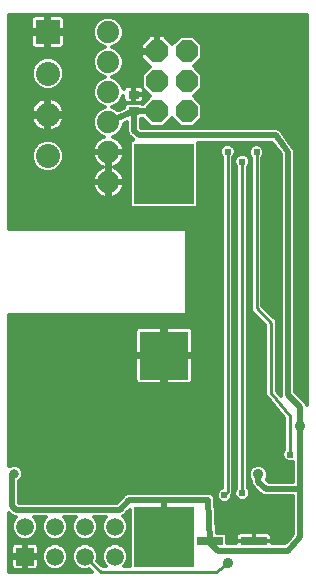
<source format=gbl>
G75*
%MOIN*%
%OFA0B0*%
%FSLAX25Y25*%
%IPPOS*%
%LPD*%
%AMOC8*
5,1,8,0,0,1.08239X$1,22.5*
%
%ADD10R,0.16000X0.16000*%
%ADD11R,0.20000X0.20000*%
%ADD12R,0.08661X0.02559*%
%ADD13R,0.03700X0.02600*%
%ADD14C,0.07400*%
%ADD15OC8,0.07400*%
%ADD16R,0.05937X0.05937*%
%ADD17C,0.05937*%
%ADD18R,0.08000X0.08000*%
%ADD19C,0.08000*%
%ADD20C,0.02000*%
%ADD21C,0.03169*%
%ADD22C,0.03562*%
%ADD23C,0.01000*%
%ADD24C,0.02400*%
%ADD25C,0.01200*%
D10*
X0055050Y0075400D03*
D11*
X0055050Y0014900D03*
X0055050Y0135900D03*
D12*
X0070370Y0013613D03*
X0084937Y0013613D03*
D13*
X0044869Y0156779D03*
X0044869Y0162379D03*
D14*
X0036450Y0163200D03*
X0036450Y0153200D03*
X0036450Y0143200D03*
X0036450Y0133200D03*
X0036450Y0173200D03*
X0036450Y0183200D03*
D15*
X0052650Y0176800D03*
X0052650Y0166800D03*
X0052650Y0156800D03*
X0062650Y0156800D03*
X0062650Y0166800D03*
X0062650Y0176800D03*
D16*
X0008646Y0008400D03*
D17*
X0008646Y0018400D03*
X0018646Y0018400D03*
X0018646Y0008400D03*
X0028646Y0008400D03*
X0028646Y0018400D03*
X0038646Y0018400D03*
X0038646Y0008400D03*
D18*
X0016250Y0183200D03*
D19*
X0016250Y0169420D03*
X0016250Y0155641D03*
X0016250Y0141861D03*
D20*
X0036450Y0153200D02*
X0044869Y0156779D01*
X0044869Y0156800D01*
X0052650Y0156800D01*
X0045050Y0150400D02*
X0046650Y0148800D01*
X0092250Y0148800D01*
X0096250Y0143200D01*
X0096250Y0062400D01*
X0100250Y0058400D01*
X0100250Y0052000D01*
X0100250Y0031000D01*
X0088850Y0031000D01*
X0086450Y0033400D01*
X0086450Y0035800D01*
X0100250Y0031000D02*
X0100250Y0015061D01*
X0098163Y0012174D01*
X0096389Y0010400D01*
X0073050Y0010400D01*
X0070370Y0013080D01*
X0070370Y0013613D01*
X0069718Y0027200D01*
X0054650Y0027200D01*
X0055050Y0026800D01*
X0055050Y0014900D01*
X0054650Y0027200D02*
X0043450Y0027200D01*
X0040250Y0024000D01*
X0005713Y0024000D01*
X0004399Y0025314D01*
X0004399Y0035349D01*
X0005050Y0036000D01*
X0045050Y0150400D02*
X0044869Y0156779D01*
D21*
X0005050Y0036000D03*
D22*
X0018650Y0036400D03*
X0076250Y0006400D03*
X0086450Y0035800D03*
X0093650Y0026200D03*
X0100250Y0052000D03*
D23*
X0097050Y0055200D02*
X0090650Y0062800D01*
X0090650Y0086400D01*
X0085850Y0091200D01*
X0085850Y0143200D01*
X0081050Y0140000D02*
X0081050Y0029600D01*
X0076250Y0029999D02*
X0076250Y0143300D01*
X0097050Y0055200D02*
X0097050Y0042400D01*
X0076250Y0029999D02*
X0075132Y0028897D01*
X0076250Y0006400D02*
X0072250Y0003200D01*
X0033846Y0003200D01*
X0028646Y0008400D01*
D24*
X0075132Y0028897D03*
X0081050Y0029600D03*
X0097050Y0042400D03*
X0081050Y0140000D03*
X0085850Y0143200D03*
X0076250Y0143300D03*
D25*
X0003450Y0022869D02*
X0003450Y0003200D01*
X0031159Y0003200D01*
X0030090Y0004269D01*
X0029515Y0004031D01*
X0027777Y0004031D01*
X0026172Y0004697D01*
X0024943Y0005925D01*
X0024278Y0007531D01*
X0024278Y0009269D01*
X0024943Y0010875D01*
X0026172Y0012103D01*
X0027777Y0012768D01*
X0029515Y0012768D01*
X0031121Y0012103D01*
X0032350Y0010875D01*
X0033015Y0009269D01*
X0033015Y0007531D01*
X0032777Y0006956D01*
X0034633Y0005100D01*
X0035768Y0005100D01*
X0034943Y0005925D01*
X0034278Y0007531D01*
X0034278Y0009269D01*
X0034943Y0010875D01*
X0036172Y0012103D01*
X0037777Y0012768D01*
X0039515Y0012768D01*
X0041121Y0012103D01*
X0042350Y0010875D01*
X0043015Y0009269D01*
X0043015Y0007531D01*
X0042350Y0005925D01*
X0041524Y0005100D01*
X0043650Y0005100D01*
X0043650Y0024006D01*
X0042285Y0022641D01*
X0041609Y0021965D01*
X0041362Y0021863D01*
X0042350Y0020875D01*
X0043015Y0019269D01*
X0043015Y0017531D01*
X0042350Y0015925D01*
X0041121Y0014697D01*
X0039515Y0014031D01*
X0037777Y0014031D01*
X0036172Y0014697D01*
X0034943Y0015925D01*
X0034278Y0017531D01*
X0034278Y0019269D01*
X0034943Y0020875D01*
X0035668Y0021600D01*
X0031624Y0021600D01*
X0032350Y0020875D01*
X0033015Y0019269D01*
X0033015Y0017531D01*
X0032350Y0015925D01*
X0031121Y0014697D01*
X0029515Y0014031D01*
X0027777Y0014031D01*
X0026172Y0014697D01*
X0024943Y0015925D01*
X0024278Y0017531D01*
X0024278Y0019269D01*
X0024943Y0020875D01*
X0025668Y0021600D01*
X0021624Y0021600D01*
X0022350Y0020875D01*
X0023015Y0019269D01*
X0023015Y0017531D01*
X0022350Y0015925D01*
X0021121Y0014697D01*
X0019515Y0014031D01*
X0017777Y0014031D01*
X0016172Y0014697D01*
X0014943Y0015925D01*
X0014278Y0017531D01*
X0014278Y0019269D01*
X0014943Y0020875D01*
X0015668Y0021600D01*
X0011624Y0021600D01*
X0012350Y0020875D01*
X0013015Y0019269D01*
X0013015Y0017531D01*
X0012350Y0015925D01*
X0011121Y0014697D01*
X0009515Y0014031D01*
X0007777Y0014031D01*
X0006172Y0014697D01*
X0004943Y0015925D01*
X0004278Y0017531D01*
X0004278Y0019269D01*
X0004943Y0020875D01*
X0005668Y0021600D01*
X0005236Y0021600D01*
X0004354Y0021965D01*
X0003450Y0022869D01*
X0003450Y0021975D02*
X0004344Y0021975D01*
X0004902Y0020776D02*
X0003450Y0020776D01*
X0003450Y0019578D02*
X0004406Y0019578D01*
X0004278Y0018379D02*
X0003450Y0018379D01*
X0003450Y0017181D02*
X0004423Y0017181D01*
X0004919Y0015982D02*
X0003450Y0015982D01*
X0003450Y0014784D02*
X0006085Y0014784D01*
X0005467Y0012968D02*
X0005060Y0012859D01*
X0004695Y0012649D01*
X0004398Y0012351D01*
X0004187Y0011986D01*
X0004078Y0011579D01*
X0004078Y0008784D01*
X0008262Y0008784D01*
X0008262Y0008016D01*
X0004078Y0008016D01*
X0004078Y0005221D01*
X0004187Y0004814D01*
X0004398Y0004449D01*
X0004695Y0004151D01*
X0005060Y0003941D01*
X0005467Y0003831D01*
X0008262Y0003831D01*
X0008262Y0008016D01*
X0009031Y0008016D01*
X0009031Y0008784D01*
X0013215Y0008784D01*
X0013215Y0011579D01*
X0013106Y0011986D01*
X0012895Y0012351D01*
X0012597Y0012649D01*
X0012232Y0012859D01*
X0011825Y0012968D01*
X0009031Y0012968D01*
X0009031Y0008784D01*
X0008262Y0008784D01*
X0008262Y0012968D01*
X0005467Y0012968D01*
X0004433Y0012387D02*
X0003450Y0012387D01*
X0003450Y0013585D02*
X0043650Y0013585D01*
X0043650Y0012387D02*
X0040437Y0012387D01*
X0042036Y0011188D02*
X0043650Y0011188D01*
X0043650Y0009990D02*
X0042716Y0009990D01*
X0043015Y0008791D02*
X0043650Y0008791D01*
X0043650Y0007593D02*
X0043015Y0007593D01*
X0042544Y0006394D02*
X0043650Y0006394D01*
X0043650Y0005196D02*
X0041620Y0005196D01*
X0036855Y0012387D02*
X0030437Y0012387D01*
X0031208Y0014784D02*
X0036085Y0014784D01*
X0034919Y0015982D02*
X0032373Y0015982D01*
X0032870Y0017181D02*
X0034423Y0017181D01*
X0034278Y0018379D02*
X0033015Y0018379D01*
X0032887Y0019578D02*
X0034406Y0019578D01*
X0034902Y0020776D02*
X0032391Y0020776D01*
X0032036Y0011188D02*
X0035256Y0011188D01*
X0034576Y0009990D02*
X0032716Y0009990D01*
X0033015Y0008791D02*
X0034278Y0008791D01*
X0034278Y0007593D02*
X0033015Y0007593D01*
X0033339Y0006394D02*
X0034749Y0006394D01*
X0034538Y0005196D02*
X0035673Y0005196D01*
X0030362Y0003997D02*
X0012330Y0003997D01*
X0012232Y0003941D02*
X0012597Y0004151D01*
X0012895Y0004449D01*
X0013106Y0004814D01*
X0013215Y0005221D01*
X0013215Y0008016D01*
X0009031Y0008016D01*
X0009031Y0003831D01*
X0011825Y0003831D01*
X0012232Y0003941D01*
X0013208Y0005196D02*
X0015673Y0005196D01*
X0016172Y0004697D02*
X0017777Y0004031D01*
X0019515Y0004031D01*
X0021121Y0004697D01*
X0022350Y0005925D01*
X0023015Y0007531D01*
X0023015Y0009269D01*
X0022350Y0010875D01*
X0021121Y0012103D01*
X0019515Y0012768D01*
X0017777Y0012768D01*
X0016172Y0012103D01*
X0014943Y0010875D01*
X0014278Y0009269D01*
X0014278Y0007531D01*
X0014943Y0005925D01*
X0016172Y0004697D01*
X0014749Y0006394D02*
X0013215Y0006394D01*
X0013215Y0007593D02*
X0014278Y0007593D01*
X0014278Y0008791D02*
X0013215Y0008791D01*
X0013215Y0009990D02*
X0014576Y0009990D01*
X0015256Y0011188D02*
X0013215Y0011188D01*
X0012859Y0012387D02*
X0016855Y0012387D01*
X0016085Y0014784D02*
X0011208Y0014784D01*
X0012373Y0015982D02*
X0014919Y0015982D01*
X0014423Y0017181D02*
X0012870Y0017181D01*
X0013015Y0018379D02*
X0014278Y0018379D01*
X0014406Y0019578D02*
X0012887Y0019578D01*
X0012391Y0020776D02*
X0014902Y0020776D01*
X0020437Y0012387D02*
X0026855Y0012387D01*
X0025256Y0011188D02*
X0022036Y0011188D01*
X0022716Y0009990D02*
X0024576Y0009990D01*
X0024278Y0008791D02*
X0023015Y0008791D01*
X0023015Y0007593D02*
X0024278Y0007593D01*
X0024749Y0006394D02*
X0022544Y0006394D01*
X0021620Y0005196D02*
X0025673Y0005196D01*
X0026085Y0014784D02*
X0021208Y0014784D01*
X0022373Y0015982D02*
X0024919Y0015982D01*
X0024423Y0017181D02*
X0022870Y0017181D01*
X0023015Y0018379D02*
X0024278Y0018379D01*
X0024406Y0019578D02*
X0022887Y0019578D01*
X0022391Y0020776D02*
X0024902Y0020776D01*
X0039256Y0026400D02*
X0006799Y0026400D01*
X0006799Y0033529D01*
X0007580Y0034310D01*
X0008034Y0035406D01*
X0008034Y0036594D01*
X0007580Y0037690D01*
X0006740Y0038530D01*
X0005644Y0038984D01*
X0004456Y0038984D01*
X0003450Y0038567D01*
X0003450Y0088800D01*
X0062650Y0088800D01*
X0062650Y0117600D01*
X0003450Y0117600D01*
X0003450Y0188800D01*
X0102650Y0188800D01*
X0102624Y0058941D01*
X0102285Y0059759D01*
X0098650Y0063394D01*
X0098650Y0143001D01*
X0098696Y0143276D01*
X0098650Y0143474D01*
X0098650Y0143677D01*
X0098543Y0143935D01*
X0098480Y0144206D01*
X0098362Y0144372D01*
X0098285Y0144559D01*
X0098087Y0144757D01*
X0094362Y0149972D01*
X0094285Y0150159D01*
X0094088Y0150357D01*
X0093925Y0150583D01*
X0093753Y0150691D01*
X0093609Y0150835D01*
X0093352Y0150941D01*
X0093115Y0151089D01*
X0092915Y0151122D01*
X0092727Y0151200D01*
X0092449Y0151200D01*
X0092174Y0151246D01*
X0091976Y0151200D01*
X0047644Y0151200D01*
X0047422Y0151422D01*
X0047345Y0154125D01*
X0047621Y0154400D01*
X0047838Y0154400D01*
X0050538Y0151700D01*
X0054762Y0151700D01*
X0057650Y0154588D01*
X0060538Y0151700D01*
X0064762Y0151700D01*
X0067750Y0154688D01*
X0067750Y0158912D01*
X0064862Y0161800D01*
X0067750Y0164688D01*
X0067750Y0168912D01*
X0064862Y0171800D01*
X0067750Y0174688D01*
X0067750Y0178912D01*
X0064762Y0181900D01*
X0060538Y0181900D01*
X0057791Y0179154D01*
X0054845Y0182100D01*
X0053050Y0182100D01*
X0053050Y0177200D01*
X0052250Y0177200D01*
X0052250Y0182100D01*
X0050455Y0182100D01*
X0047350Y0178995D01*
X0047350Y0177200D01*
X0052250Y0177200D01*
X0052250Y0176400D01*
X0047350Y0176400D01*
X0047350Y0174605D01*
X0050296Y0171659D01*
X0047550Y0168912D01*
X0047550Y0165046D01*
X0047337Y0165169D01*
X0046930Y0165279D01*
X0044919Y0165279D01*
X0044919Y0162429D01*
X0044819Y0162429D01*
X0044819Y0165279D01*
X0042809Y0165279D01*
X0042402Y0165169D01*
X0042037Y0164959D01*
X0041739Y0164661D01*
X0041528Y0164296D01*
X0041524Y0164278D01*
X0040774Y0166089D01*
X0039339Y0167524D01*
X0037706Y0168200D01*
X0039339Y0168876D01*
X0040774Y0170311D01*
X0041550Y0172186D01*
X0041550Y0174214D01*
X0040774Y0176089D01*
X0039339Y0177524D01*
X0037706Y0178200D01*
X0039339Y0178876D01*
X0040774Y0180311D01*
X0041550Y0182186D01*
X0041550Y0184214D01*
X0040774Y0186089D01*
X0039339Y0187524D01*
X0037464Y0188300D01*
X0035436Y0188300D01*
X0033561Y0187524D01*
X0032126Y0186089D01*
X0031350Y0184214D01*
X0031350Y0182186D01*
X0032126Y0180311D01*
X0033561Y0178876D01*
X0035194Y0178200D01*
X0033561Y0177524D01*
X0032126Y0176089D01*
X0031350Y0174214D01*
X0031350Y0172186D01*
X0032126Y0170311D01*
X0033561Y0168876D01*
X0035194Y0168200D01*
X0033561Y0167524D01*
X0032126Y0166089D01*
X0031350Y0164214D01*
X0031350Y0162186D01*
X0032126Y0160311D01*
X0033561Y0158876D01*
X0035194Y0158200D01*
X0033561Y0157524D01*
X0032126Y0156089D01*
X0031350Y0154214D01*
X0031350Y0152186D01*
X0032126Y0150311D01*
X0033561Y0148876D01*
X0034971Y0148292D01*
X0034416Y0148112D01*
X0033672Y0147733D01*
X0032997Y0147243D01*
X0032407Y0146653D01*
X0031917Y0145978D01*
X0031538Y0145234D01*
X0031280Y0144441D01*
X0031150Y0143617D01*
X0031150Y0143600D01*
X0036050Y0143600D01*
X0036050Y0142800D01*
X0031150Y0142800D01*
X0031150Y0142783D01*
X0031280Y0141959D01*
X0031538Y0141166D01*
X0031917Y0140422D01*
X0032407Y0139747D01*
X0032997Y0139157D01*
X0033672Y0138667D01*
X0034416Y0138288D01*
X0034687Y0138200D01*
X0034416Y0138112D01*
X0033672Y0137733D01*
X0032997Y0137243D01*
X0032407Y0136653D01*
X0031917Y0135978D01*
X0031538Y0135234D01*
X0031280Y0134441D01*
X0031150Y0133617D01*
X0031150Y0133600D01*
X0036050Y0133600D01*
X0036050Y0138500D01*
X0036050Y0142800D01*
X0036850Y0142800D01*
X0036850Y0143600D01*
X0041750Y0143600D01*
X0041750Y0143617D01*
X0041619Y0144441D01*
X0041362Y0145234D01*
X0040983Y0145978D01*
X0040493Y0146653D01*
X0039903Y0147243D01*
X0039228Y0147733D01*
X0038484Y0148112D01*
X0037929Y0148292D01*
X0039339Y0148876D01*
X0040774Y0150311D01*
X0041550Y0152186D01*
X0041550Y0152760D01*
X0042570Y0153193D01*
X0042650Y0150366D01*
X0042650Y0149923D01*
X0042663Y0149890D01*
X0042664Y0149855D01*
X0042846Y0149450D01*
X0043015Y0149041D01*
X0043040Y0149016D01*
X0043055Y0148983D01*
X0043377Y0148679D01*
X0044615Y0147441D01*
X0044615Y0147441D01*
X0044756Y0147300D01*
X0044470Y0147300D01*
X0043650Y0146480D01*
X0043650Y0125320D01*
X0044470Y0124500D01*
X0065630Y0124500D01*
X0066450Y0125320D01*
X0066450Y0146400D01*
X0091015Y0146400D01*
X0093850Y0142431D01*
X0093850Y0061950D01*
X0092550Y0063493D01*
X0092550Y0087187D01*
X0087750Y0091987D01*
X0087750Y0141423D01*
X0088054Y0141727D01*
X0088450Y0142683D01*
X0088450Y0143717D01*
X0088054Y0144673D01*
X0087323Y0145404D01*
X0086367Y0145800D01*
X0085333Y0145800D01*
X0084377Y0145404D01*
X0083646Y0144673D01*
X0083250Y0143717D01*
X0083250Y0142683D01*
X0083646Y0141727D01*
X0083950Y0141423D01*
X0083950Y0090413D01*
X0085063Y0089300D01*
X0088750Y0085613D01*
X0088750Y0062881D01*
X0088690Y0062178D01*
X0088750Y0062107D01*
X0088750Y0062013D01*
X0089249Y0061514D01*
X0095150Y0054507D01*
X0095150Y0044177D01*
X0094846Y0043873D01*
X0094450Y0042917D01*
X0094450Y0041883D01*
X0094846Y0040927D01*
X0095577Y0040196D01*
X0096533Y0039800D01*
X0097567Y0039800D01*
X0097850Y0039917D01*
X0097850Y0033400D01*
X0089844Y0033400D01*
X0089176Y0034068D01*
X0089631Y0035167D01*
X0089631Y0036433D01*
X0089147Y0037602D01*
X0088252Y0038497D01*
X0087083Y0038981D01*
X0085817Y0038981D01*
X0084648Y0038497D01*
X0083753Y0037602D01*
X0083269Y0036433D01*
X0083269Y0035167D01*
X0083753Y0033998D01*
X0084050Y0033701D01*
X0084050Y0032923D01*
X0084415Y0032041D01*
X0086815Y0029641D01*
X0087491Y0028965D01*
X0088373Y0028600D01*
X0097850Y0028600D01*
X0097850Y0015838D01*
X0096331Y0013736D01*
X0095395Y0012800D01*
X0090867Y0012800D01*
X0090867Y0013573D01*
X0084976Y0013573D01*
X0084976Y0013652D01*
X0084897Y0013652D01*
X0084897Y0013573D01*
X0079006Y0013573D01*
X0079006Y0012800D01*
X0076100Y0012800D01*
X0076100Y0015472D01*
X0075280Y0016292D01*
X0072644Y0016292D01*
X0072118Y0027258D01*
X0072118Y0027677D01*
X0072095Y0027732D01*
X0072092Y0027792D01*
X0071913Y0028172D01*
X0071752Y0028559D01*
X0071710Y0028602D01*
X0071685Y0028655D01*
X0071374Y0028938D01*
X0071077Y0029235D01*
X0071022Y0029257D01*
X0070978Y0029297D01*
X0070583Y0029439D01*
X0070195Y0029600D01*
X0070136Y0029600D01*
X0070080Y0029620D01*
X0069660Y0029600D01*
X0042973Y0029600D01*
X0042091Y0029235D01*
X0039256Y0026400D01*
X0039625Y0026769D02*
X0006799Y0026769D01*
X0006799Y0027967D02*
X0040823Y0027967D01*
X0042022Y0029166D02*
X0006799Y0029166D01*
X0006799Y0030364D02*
X0072925Y0030364D01*
X0072927Y0030370D02*
X0072532Y0029415D01*
X0072532Y0028380D01*
X0072927Y0027425D01*
X0073659Y0026693D01*
X0074614Y0026297D01*
X0075649Y0026297D01*
X0076604Y0026693D01*
X0077336Y0027425D01*
X0077732Y0028380D01*
X0077732Y0028791D01*
X0078144Y0029198D01*
X0078144Y0029206D01*
X0078150Y0029212D01*
X0078150Y0029991D01*
X0078156Y0030772D01*
X0078150Y0030778D01*
X0078150Y0141523D01*
X0078454Y0141827D01*
X0078850Y0142783D01*
X0078850Y0143817D01*
X0078454Y0144773D01*
X0077723Y0145504D01*
X0076767Y0145900D01*
X0075733Y0145900D01*
X0074777Y0145504D01*
X0074046Y0144773D01*
X0073650Y0143817D01*
X0073650Y0142783D01*
X0074046Y0141827D01*
X0074350Y0141523D01*
X0074350Y0031388D01*
X0073659Y0031102D01*
X0072927Y0030370D01*
X0072532Y0029166D02*
X0071146Y0029166D01*
X0072009Y0027967D02*
X0072703Y0027967D01*
X0072141Y0026769D02*
X0073583Y0026769D01*
X0072199Y0025570D02*
X0097850Y0025570D01*
X0097850Y0024372D02*
X0072256Y0024372D01*
X0072314Y0023173D02*
X0097850Y0023173D01*
X0097850Y0021975D02*
X0072371Y0021975D01*
X0072429Y0020776D02*
X0097850Y0020776D01*
X0097850Y0019578D02*
X0072486Y0019578D01*
X0072544Y0018379D02*
X0097850Y0018379D01*
X0097850Y0017181D02*
X0072601Y0017181D01*
X0075590Y0015982D02*
X0079433Y0015982D01*
X0079326Y0015875D02*
X0079115Y0015510D01*
X0079006Y0015103D01*
X0079006Y0013652D01*
X0084897Y0013652D01*
X0084897Y0016492D01*
X0080395Y0016492D01*
X0079988Y0016383D01*
X0079623Y0016172D01*
X0079326Y0015875D01*
X0079006Y0014784D02*
X0076100Y0014784D01*
X0076100Y0013585D02*
X0084897Y0013585D01*
X0084976Y0013585D02*
X0096180Y0013585D01*
X0097088Y0014784D02*
X0090867Y0014784D01*
X0090867Y0015103D02*
X0090758Y0015510D01*
X0090548Y0015875D01*
X0090250Y0016172D01*
X0089885Y0016383D01*
X0089478Y0016492D01*
X0084976Y0016492D01*
X0084976Y0013652D01*
X0090867Y0013652D01*
X0090867Y0015103D01*
X0090440Y0015982D02*
X0097850Y0015982D01*
X0097850Y0026769D02*
X0076680Y0026769D01*
X0077561Y0027967D02*
X0079006Y0027967D01*
X0078846Y0028127D02*
X0079577Y0027396D01*
X0080533Y0027000D01*
X0081567Y0027000D01*
X0082523Y0027396D01*
X0083254Y0028127D01*
X0083650Y0029083D01*
X0083650Y0030117D01*
X0083254Y0031073D01*
X0082950Y0031377D01*
X0082950Y0138223D01*
X0083254Y0138527D01*
X0083650Y0139483D01*
X0083650Y0140517D01*
X0083254Y0141473D01*
X0082523Y0142204D01*
X0081567Y0142600D01*
X0080533Y0142600D01*
X0079577Y0142204D01*
X0078846Y0141473D01*
X0078450Y0140517D01*
X0078450Y0139483D01*
X0078846Y0138527D01*
X0079150Y0138223D01*
X0079150Y0031377D01*
X0078846Y0031073D01*
X0078450Y0030117D01*
X0078450Y0029083D01*
X0078846Y0028127D01*
X0078450Y0029166D02*
X0078112Y0029166D01*
X0078153Y0030364D02*
X0078552Y0030364D01*
X0078150Y0031563D02*
X0079150Y0031563D01*
X0079150Y0032761D02*
X0078150Y0032761D01*
X0078150Y0033960D02*
X0079150Y0033960D01*
X0079150Y0035158D02*
X0078150Y0035158D01*
X0078150Y0036357D02*
X0079150Y0036357D01*
X0079150Y0037555D02*
X0078150Y0037555D01*
X0078150Y0038754D02*
X0079150Y0038754D01*
X0079150Y0039952D02*
X0078150Y0039952D01*
X0078150Y0041151D02*
X0079150Y0041151D01*
X0079150Y0042349D02*
X0078150Y0042349D01*
X0078150Y0043548D02*
X0079150Y0043548D01*
X0079150Y0044746D02*
X0078150Y0044746D01*
X0078150Y0045945D02*
X0079150Y0045945D01*
X0079150Y0047143D02*
X0078150Y0047143D01*
X0078150Y0048342D02*
X0079150Y0048342D01*
X0079150Y0049540D02*
X0078150Y0049540D01*
X0078150Y0050739D02*
X0079150Y0050739D01*
X0079150Y0051937D02*
X0078150Y0051937D01*
X0078150Y0053136D02*
X0079150Y0053136D01*
X0079150Y0054334D02*
X0078150Y0054334D01*
X0078150Y0055533D02*
X0079150Y0055533D01*
X0079150Y0056732D02*
X0078150Y0056732D01*
X0078150Y0057930D02*
X0079150Y0057930D01*
X0079150Y0059129D02*
X0078150Y0059129D01*
X0078150Y0060327D02*
X0079150Y0060327D01*
X0079150Y0061526D02*
X0078150Y0061526D01*
X0078150Y0062724D02*
X0079150Y0062724D01*
X0079150Y0063923D02*
X0078150Y0063923D01*
X0078150Y0065121D02*
X0079150Y0065121D01*
X0079150Y0066320D02*
X0078150Y0066320D01*
X0078150Y0067518D02*
X0079150Y0067518D01*
X0079150Y0068717D02*
X0078150Y0068717D01*
X0078150Y0069915D02*
X0079150Y0069915D01*
X0079150Y0071114D02*
X0078150Y0071114D01*
X0078150Y0072312D02*
X0079150Y0072312D01*
X0079150Y0073511D02*
X0078150Y0073511D01*
X0078150Y0074709D02*
X0079150Y0074709D01*
X0079150Y0075908D02*
X0078150Y0075908D01*
X0078150Y0077106D02*
X0079150Y0077106D01*
X0079150Y0078305D02*
X0078150Y0078305D01*
X0078150Y0079503D02*
X0079150Y0079503D01*
X0079150Y0080702D02*
X0078150Y0080702D01*
X0078150Y0081900D02*
X0079150Y0081900D01*
X0079150Y0083099D02*
X0078150Y0083099D01*
X0078150Y0084297D02*
X0079150Y0084297D01*
X0079150Y0085496D02*
X0078150Y0085496D01*
X0078150Y0086694D02*
X0079150Y0086694D01*
X0079150Y0087893D02*
X0078150Y0087893D01*
X0078150Y0089091D02*
X0079150Y0089091D01*
X0079150Y0090290D02*
X0078150Y0090290D01*
X0078150Y0091488D02*
X0079150Y0091488D01*
X0079150Y0092687D02*
X0078150Y0092687D01*
X0078150Y0093885D02*
X0079150Y0093885D01*
X0079150Y0095084D02*
X0078150Y0095084D01*
X0078150Y0096282D02*
X0079150Y0096282D01*
X0079150Y0097481D02*
X0078150Y0097481D01*
X0078150Y0098679D02*
X0079150Y0098679D01*
X0079150Y0099878D02*
X0078150Y0099878D01*
X0078150Y0101076D02*
X0079150Y0101076D01*
X0079150Y0102275D02*
X0078150Y0102275D01*
X0078150Y0103473D02*
X0079150Y0103473D01*
X0079150Y0104672D02*
X0078150Y0104672D01*
X0078150Y0105870D02*
X0079150Y0105870D01*
X0079150Y0107069D02*
X0078150Y0107069D01*
X0078150Y0108268D02*
X0079150Y0108268D01*
X0079150Y0109466D02*
X0078150Y0109466D01*
X0078150Y0110665D02*
X0079150Y0110665D01*
X0079150Y0111863D02*
X0078150Y0111863D01*
X0078150Y0113062D02*
X0079150Y0113062D01*
X0079150Y0114260D02*
X0078150Y0114260D01*
X0078150Y0115459D02*
X0079150Y0115459D01*
X0079150Y0116657D02*
X0078150Y0116657D01*
X0078150Y0117856D02*
X0079150Y0117856D01*
X0079150Y0119054D02*
X0078150Y0119054D01*
X0078150Y0120253D02*
X0079150Y0120253D01*
X0079150Y0121451D02*
X0078150Y0121451D01*
X0078150Y0122650D02*
X0079150Y0122650D01*
X0079150Y0123848D02*
X0078150Y0123848D01*
X0078150Y0125047D02*
X0079150Y0125047D01*
X0079150Y0126245D02*
X0078150Y0126245D01*
X0078150Y0127444D02*
X0079150Y0127444D01*
X0079150Y0128642D02*
X0078150Y0128642D01*
X0078150Y0129841D02*
X0079150Y0129841D01*
X0079150Y0131039D02*
X0078150Y0131039D01*
X0078150Y0132238D02*
X0079150Y0132238D01*
X0079150Y0133436D02*
X0078150Y0133436D01*
X0078150Y0134635D02*
X0079150Y0134635D01*
X0079150Y0135833D02*
X0078150Y0135833D01*
X0078150Y0137032D02*
X0079150Y0137032D01*
X0079143Y0138230D02*
X0078150Y0138230D01*
X0078150Y0139429D02*
X0078472Y0139429D01*
X0078496Y0140627D02*
X0078150Y0140627D01*
X0078453Y0141826D02*
X0079199Y0141826D01*
X0078850Y0143024D02*
X0083250Y0143024D01*
X0083459Y0144223D02*
X0078682Y0144223D01*
X0077806Y0145421D02*
X0084419Y0145421D01*
X0087281Y0145421D02*
X0091714Y0145421D01*
X0092570Y0144223D02*
X0088241Y0144223D01*
X0088450Y0143024D02*
X0093426Y0143024D01*
X0093850Y0141826D02*
X0088095Y0141826D01*
X0087750Y0140627D02*
X0093850Y0140627D01*
X0093850Y0139429D02*
X0087750Y0139429D01*
X0087750Y0138230D02*
X0093850Y0138230D01*
X0093850Y0137032D02*
X0087750Y0137032D01*
X0087750Y0135833D02*
X0093850Y0135833D01*
X0093850Y0134635D02*
X0087750Y0134635D01*
X0087750Y0133436D02*
X0093850Y0133436D01*
X0093850Y0132238D02*
X0087750Y0132238D01*
X0087750Y0131039D02*
X0093850Y0131039D01*
X0093850Y0129841D02*
X0087750Y0129841D01*
X0087750Y0128642D02*
X0093850Y0128642D01*
X0093850Y0127444D02*
X0087750Y0127444D01*
X0087750Y0126245D02*
X0093850Y0126245D01*
X0093850Y0125047D02*
X0087750Y0125047D01*
X0087750Y0123848D02*
X0093850Y0123848D01*
X0093850Y0122650D02*
X0087750Y0122650D01*
X0087750Y0121451D02*
X0093850Y0121451D01*
X0093850Y0120253D02*
X0087750Y0120253D01*
X0087750Y0119054D02*
X0093850Y0119054D01*
X0093850Y0117856D02*
X0087750Y0117856D01*
X0087750Y0116657D02*
X0093850Y0116657D01*
X0093850Y0115459D02*
X0087750Y0115459D01*
X0087750Y0114260D02*
X0093850Y0114260D01*
X0093850Y0113062D02*
X0087750Y0113062D01*
X0087750Y0111863D02*
X0093850Y0111863D01*
X0093850Y0110665D02*
X0087750Y0110665D01*
X0087750Y0109466D02*
X0093850Y0109466D01*
X0093850Y0108268D02*
X0087750Y0108268D01*
X0087750Y0107069D02*
X0093850Y0107069D01*
X0093850Y0105870D02*
X0087750Y0105870D01*
X0087750Y0104672D02*
X0093850Y0104672D01*
X0093850Y0103473D02*
X0087750Y0103473D01*
X0087750Y0102275D02*
X0093850Y0102275D01*
X0093850Y0101076D02*
X0087750Y0101076D01*
X0087750Y0099878D02*
X0093850Y0099878D01*
X0093850Y0098679D02*
X0087750Y0098679D01*
X0087750Y0097481D02*
X0093850Y0097481D01*
X0093850Y0096282D02*
X0087750Y0096282D01*
X0087750Y0095084D02*
X0093850Y0095084D01*
X0093850Y0093885D02*
X0087750Y0093885D01*
X0087750Y0092687D02*
X0093850Y0092687D01*
X0093850Y0091488D02*
X0088249Y0091488D01*
X0089447Y0090290D02*
X0093850Y0090290D01*
X0093850Y0089091D02*
X0090646Y0089091D01*
X0091844Y0087893D02*
X0093850Y0087893D01*
X0093850Y0086694D02*
X0092550Y0086694D01*
X0092550Y0085496D02*
X0093850Y0085496D01*
X0093850Y0084297D02*
X0092550Y0084297D01*
X0092550Y0083099D02*
X0093850Y0083099D01*
X0093850Y0081900D02*
X0092550Y0081900D01*
X0092550Y0080702D02*
X0093850Y0080702D01*
X0093850Y0079503D02*
X0092550Y0079503D01*
X0092550Y0078305D02*
X0093850Y0078305D01*
X0093850Y0077106D02*
X0092550Y0077106D01*
X0092550Y0075908D02*
X0093850Y0075908D01*
X0093850Y0074709D02*
X0092550Y0074709D01*
X0092550Y0073511D02*
X0093850Y0073511D01*
X0093850Y0072312D02*
X0092550Y0072312D01*
X0092550Y0071114D02*
X0093850Y0071114D01*
X0093850Y0069915D02*
X0092550Y0069915D01*
X0092550Y0068717D02*
X0093850Y0068717D01*
X0093850Y0067518D02*
X0092550Y0067518D01*
X0092550Y0066320D02*
X0093850Y0066320D01*
X0093850Y0065121D02*
X0092550Y0065121D01*
X0092550Y0063923D02*
X0093850Y0063923D01*
X0093850Y0062724D02*
X0093198Y0062724D01*
X0091258Y0059129D02*
X0082950Y0059129D01*
X0082950Y0060327D02*
X0090249Y0060327D01*
X0089237Y0061526D02*
X0082950Y0061526D01*
X0082950Y0062724D02*
X0088737Y0062724D01*
X0088750Y0063923D02*
X0082950Y0063923D01*
X0082950Y0065121D02*
X0088750Y0065121D01*
X0088750Y0066320D02*
X0082950Y0066320D01*
X0082950Y0067518D02*
X0088750Y0067518D01*
X0088750Y0068717D02*
X0082950Y0068717D01*
X0082950Y0069915D02*
X0088750Y0069915D01*
X0088750Y0071114D02*
X0082950Y0071114D01*
X0082950Y0072312D02*
X0088750Y0072312D01*
X0088750Y0073511D02*
X0082950Y0073511D01*
X0082950Y0074709D02*
X0088750Y0074709D01*
X0088750Y0075908D02*
X0082950Y0075908D01*
X0082950Y0077106D02*
X0088750Y0077106D01*
X0088750Y0078305D02*
X0082950Y0078305D01*
X0082950Y0079503D02*
X0088750Y0079503D01*
X0088750Y0080702D02*
X0082950Y0080702D01*
X0082950Y0081900D02*
X0088750Y0081900D01*
X0088750Y0083099D02*
X0082950Y0083099D01*
X0082950Y0084297D02*
X0088750Y0084297D01*
X0088750Y0085496D02*
X0082950Y0085496D01*
X0082950Y0086694D02*
X0087669Y0086694D01*
X0086470Y0087893D02*
X0082950Y0087893D01*
X0082950Y0089091D02*
X0085272Y0089091D01*
X0084073Y0090290D02*
X0082950Y0090290D01*
X0082950Y0091488D02*
X0083950Y0091488D01*
X0083950Y0092687D02*
X0082950Y0092687D01*
X0082950Y0093885D02*
X0083950Y0093885D01*
X0083950Y0095084D02*
X0082950Y0095084D01*
X0082950Y0096282D02*
X0083950Y0096282D01*
X0083950Y0097481D02*
X0082950Y0097481D01*
X0082950Y0098679D02*
X0083950Y0098679D01*
X0083950Y0099878D02*
X0082950Y0099878D01*
X0082950Y0101076D02*
X0083950Y0101076D01*
X0083950Y0102275D02*
X0082950Y0102275D01*
X0082950Y0103473D02*
X0083950Y0103473D01*
X0083950Y0104672D02*
X0082950Y0104672D01*
X0082950Y0105870D02*
X0083950Y0105870D01*
X0083950Y0107069D02*
X0082950Y0107069D01*
X0082950Y0108268D02*
X0083950Y0108268D01*
X0083950Y0109466D02*
X0082950Y0109466D01*
X0082950Y0110665D02*
X0083950Y0110665D01*
X0083950Y0111863D02*
X0082950Y0111863D01*
X0082950Y0113062D02*
X0083950Y0113062D01*
X0083950Y0114260D02*
X0082950Y0114260D01*
X0082950Y0115459D02*
X0083950Y0115459D01*
X0083950Y0116657D02*
X0082950Y0116657D01*
X0082950Y0117856D02*
X0083950Y0117856D01*
X0083950Y0119054D02*
X0082950Y0119054D01*
X0082950Y0120253D02*
X0083950Y0120253D01*
X0083950Y0121451D02*
X0082950Y0121451D01*
X0082950Y0122650D02*
X0083950Y0122650D01*
X0083950Y0123848D02*
X0082950Y0123848D01*
X0082950Y0125047D02*
X0083950Y0125047D01*
X0083950Y0126245D02*
X0082950Y0126245D01*
X0082950Y0127444D02*
X0083950Y0127444D01*
X0083950Y0128642D02*
X0082950Y0128642D01*
X0082950Y0129841D02*
X0083950Y0129841D01*
X0083950Y0131039D02*
X0082950Y0131039D01*
X0082950Y0132238D02*
X0083950Y0132238D01*
X0083950Y0133436D02*
X0082950Y0133436D01*
X0082950Y0134635D02*
X0083950Y0134635D01*
X0083950Y0135833D02*
X0082950Y0135833D01*
X0082950Y0137032D02*
X0083950Y0137032D01*
X0083950Y0138230D02*
X0082957Y0138230D01*
X0083628Y0139429D02*
X0083950Y0139429D01*
X0083950Y0140627D02*
X0083604Y0140627D01*
X0083605Y0141826D02*
X0082901Y0141826D01*
X0074350Y0140627D02*
X0066450Y0140627D01*
X0066450Y0139429D02*
X0074350Y0139429D01*
X0074350Y0138230D02*
X0066450Y0138230D01*
X0066450Y0137032D02*
X0074350Y0137032D01*
X0074350Y0135833D02*
X0066450Y0135833D01*
X0066450Y0134635D02*
X0074350Y0134635D01*
X0074350Y0133436D02*
X0066450Y0133436D01*
X0066450Y0132238D02*
X0074350Y0132238D01*
X0074350Y0131039D02*
X0066450Y0131039D01*
X0066450Y0129841D02*
X0074350Y0129841D01*
X0074350Y0128642D02*
X0066450Y0128642D01*
X0066450Y0127444D02*
X0074350Y0127444D01*
X0074350Y0126245D02*
X0066450Y0126245D01*
X0066177Y0125047D02*
X0074350Y0125047D01*
X0074350Y0123848D02*
X0003450Y0123848D01*
X0003450Y0122650D02*
X0074350Y0122650D01*
X0074350Y0121451D02*
X0003450Y0121451D01*
X0003450Y0120253D02*
X0074350Y0120253D01*
X0074350Y0119054D02*
X0003450Y0119054D01*
X0003450Y0117856D02*
X0074350Y0117856D01*
X0074350Y0116657D02*
X0062650Y0116657D01*
X0062650Y0115459D02*
X0074350Y0115459D01*
X0074350Y0114260D02*
X0062650Y0114260D01*
X0062650Y0113062D02*
X0074350Y0113062D01*
X0074350Y0111863D02*
X0062650Y0111863D01*
X0062650Y0110665D02*
X0074350Y0110665D01*
X0074350Y0109466D02*
X0062650Y0109466D01*
X0062650Y0108268D02*
X0074350Y0108268D01*
X0074350Y0107069D02*
X0062650Y0107069D01*
X0062650Y0105870D02*
X0074350Y0105870D01*
X0074350Y0104672D02*
X0062650Y0104672D01*
X0062650Y0103473D02*
X0074350Y0103473D01*
X0074350Y0102275D02*
X0062650Y0102275D01*
X0062650Y0101076D02*
X0074350Y0101076D01*
X0074350Y0099878D02*
X0062650Y0099878D01*
X0062650Y0098679D02*
X0074350Y0098679D01*
X0074350Y0097481D02*
X0062650Y0097481D01*
X0062650Y0096282D02*
X0074350Y0096282D01*
X0074350Y0095084D02*
X0062650Y0095084D01*
X0062650Y0093885D02*
X0074350Y0093885D01*
X0074350Y0092687D02*
X0062650Y0092687D01*
X0062650Y0091488D02*
X0074350Y0091488D01*
X0074350Y0090290D02*
X0062650Y0090290D01*
X0062650Y0089091D02*
X0074350Y0089091D01*
X0074350Y0087893D02*
X0003450Y0087893D01*
X0003450Y0086694D02*
X0074350Y0086694D01*
X0074350Y0085496D02*
X0003450Y0085496D01*
X0003450Y0084297D02*
X0045721Y0084297D01*
X0045770Y0084382D02*
X0045559Y0084018D01*
X0045450Y0083611D01*
X0045450Y0076000D01*
X0054450Y0076000D01*
X0054450Y0085000D01*
X0046839Y0085000D01*
X0046432Y0084891D01*
X0046068Y0084680D01*
X0045770Y0084382D01*
X0045450Y0083099D02*
X0003450Y0083099D01*
X0003450Y0081900D02*
X0045450Y0081900D01*
X0045450Y0080702D02*
X0003450Y0080702D01*
X0003450Y0079503D02*
X0045450Y0079503D01*
X0045450Y0078305D02*
X0003450Y0078305D01*
X0003450Y0077106D02*
X0045450Y0077106D01*
X0045450Y0074800D02*
X0045450Y0067189D01*
X0045559Y0066782D01*
X0045770Y0066418D01*
X0046068Y0066120D01*
X0046432Y0065909D01*
X0046839Y0065800D01*
X0054450Y0065800D01*
X0054450Y0074800D01*
X0055650Y0074800D01*
X0055650Y0076000D01*
X0054450Y0076000D01*
X0054450Y0074800D01*
X0045450Y0074800D01*
X0045450Y0074709D02*
X0003450Y0074709D01*
X0003450Y0073511D02*
X0045450Y0073511D01*
X0045450Y0072312D02*
X0003450Y0072312D01*
X0003450Y0071114D02*
X0045450Y0071114D01*
X0045450Y0069915D02*
X0003450Y0069915D01*
X0003450Y0068717D02*
X0045450Y0068717D01*
X0045450Y0067518D02*
X0003450Y0067518D01*
X0003450Y0066320D02*
X0045868Y0066320D01*
X0054450Y0066320D02*
X0055650Y0066320D01*
X0055650Y0065800D02*
X0063261Y0065800D01*
X0063668Y0065909D01*
X0064032Y0066120D01*
X0064330Y0066418D01*
X0064541Y0066782D01*
X0064650Y0067189D01*
X0064650Y0074800D01*
X0055650Y0074800D01*
X0055650Y0065800D01*
X0055650Y0067518D02*
X0054450Y0067518D01*
X0054450Y0068717D02*
X0055650Y0068717D01*
X0055650Y0069915D02*
X0054450Y0069915D01*
X0054450Y0071114D02*
X0055650Y0071114D01*
X0055650Y0072312D02*
X0054450Y0072312D01*
X0054450Y0073511D02*
X0055650Y0073511D01*
X0055650Y0074709D02*
X0054450Y0074709D01*
X0054450Y0075908D02*
X0003450Y0075908D01*
X0003450Y0065121D02*
X0074350Y0065121D01*
X0074350Y0063923D02*
X0003450Y0063923D01*
X0003450Y0062724D02*
X0074350Y0062724D01*
X0074350Y0061526D02*
X0003450Y0061526D01*
X0003450Y0060327D02*
X0074350Y0060327D01*
X0074350Y0059129D02*
X0003450Y0059129D01*
X0003450Y0057930D02*
X0074350Y0057930D01*
X0074350Y0056732D02*
X0003450Y0056732D01*
X0003450Y0055533D02*
X0074350Y0055533D01*
X0074350Y0054334D02*
X0003450Y0054334D01*
X0003450Y0053136D02*
X0074350Y0053136D01*
X0074350Y0051937D02*
X0003450Y0051937D01*
X0003450Y0050739D02*
X0074350Y0050739D01*
X0074350Y0049540D02*
X0003450Y0049540D01*
X0003450Y0048342D02*
X0074350Y0048342D01*
X0074350Y0047143D02*
X0003450Y0047143D01*
X0003450Y0045945D02*
X0074350Y0045945D01*
X0074350Y0044746D02*
X0003450Y0044746D01*
X0003450Y0043548D02*
X0074350Y0043548D01*
X0074350Y0042349D02*
X0003450Y0042349D01*
X0003450Y0041151D02*
X0074350Y0041151D01*
X0074350Y0039952D02*
X0003450Y0039952D01*
X0003450Y0038754D02*
X0003900Y0038754D01*
X0006200Y0038754D02*
X0074350Y0038754D01*
X0074350Y0037555D02*
X0007636Y0037555D01*
X0008034Y0036357D02*
X0074350Y0036357D01*
X0074350Y0035158D02*
X0007931Y0035158D01*
X0007230Y0033960D02*
X0074350Y0033960D01*
X0074350Y0032761D02*
X0006799Y0032761D01*
X0006799Y0031563D02*
X0074350Y0031563D01*
X0082950Y0031563D02*
X0084893Y0031563D01*
X0084117Y0032761D02*
X0082950Y0032761D01*
X0082950Y0033960D02*
X0083791Y0033960D01*
X0083273Y0035158D02*
X0082950Y0035158D01*
X0082950Y0036357D02*
X0083269Y0036357D01*
X0082950Y0037555D02*
X0083734Y0037555D01*
X0082950Y0038754D02*
X0085269Y0038754D01*
X0087631Y0038754D02*
X0097850Y0038754D01*
X0097850Y0037555D02*
X0089166Y0037555D01*
X0089631Y0036357D02*
X0097850Y0036357D01*
X0097850Y0035158D02*
X0089627Y0035158D01*
X0089284Y0033960D02*
X0097850Y0033960D01*
X0097850Y0027967D02*
X0083094Y0027967D01*
X0083650Y0029166D02*
X0087290Y0029166D01*
X0086092Y0030364D02*
X0083548Y0030364D01*
X0082950Y0039952D02*
X0096165Y0039952D01*
X0094753Y0041151D02*
X0082950Y0041151D01*
X0082950Y0042349D02*
X0094450Y0042349D01*
X0094711Y0043548D02*
X0082950Y0043548D01*
X0082950Y0044746D02*
X0095150Y0044746D01*
X0095150Y0045945D02*
X0082950Y0045945D01*
X0082950Y0047143D02*
X0095150Y0047143D01*
X0095150Y0048342D02*
X0082950Y0048342D01*
X0082950Y0049540D02*
X0095150Y0049540D01*
X0095150Y0050739D02*
X0082950Y0050739D01*
X0082950Y0051937D02*
X0095150Y0051937D01*
X0095150Y0053136D02*
X0082950Y0053136D01*
X0082950Y0054334D02*
X0095150Y0054334D01*
X0094286Y0055533D02*
X0082950Y0055533D01*
X0082950Y0056732D02*
X0093276Y0056732D01*
X0092267Y0057930D02*
X0082950Y0057930D01*
X0074350Y0066320D02*
X0064232Y0066320D01*
X0064650Y0067518D02*
X0074350Y0067518D01*
X0074350Y0068717D02*
X0064650Y0068717D01*
X0064650Y0069915D02*
X0074350Y0069915D01*
X0074350Y0071114D02*
X0064650Y0071114D01*
X0064650Y0072312D02*
X0074350Y0072312D01*
X0074350Y0073511D02*
X0064650Y0073511D01*
X0064650Y0074709D02*
X0074350Y0074709D01*
X0074350Y0075908D02*
X0055650Y0075908D01*
X0055650Y0076000D02*
X0064650Y0076000D01*
X0064650Y0083611D01*
X0064541Y0084018D01*
X0064330Y0084382D01*
X0064032Y0084680D01*
X0063668Y0084891D01*
X0063261Y0085000D01*
X0055650Y0085000D01*
X0055650Y0076000D01*
X0055650Y0077106D02*
X0054450Y0077106D01*
X0054450Y0078305D02*
X0055650Y0078305D01*
X0055650Y0079503D02*
X0054450Y0079503D01*
X0054450Y0080702D02*
X0055650Y0080702D01*
X0055650Y0081900D02*
X0054450Y0081900D01*
X0054450Y0083099D02*
X0055650Y0083099D01*
X0055650Y0084297D02*
X0054450Y0084297D01*
X0064379Y0084297D02*
X0074350Y0084297D01*
X0074350Y0083099D02*
X0064650Y0083099D01*
X0064650Y0081900D02*
X0074350Y0081900D01*
X0074350Y0080702D02*
X0064650Y0080702D01*
X0064650Y0079503D02*
X0074350Y0079503D01*
X0074350Y0078305D02*
X0064650Y0078305D01*
X0064650Y0077106D02*
X0074350Y0077106D01*
X0098650Y0077106D02*
X0102627Y0077106D01*
X0102627Y0075908D02*
X0098650Y0075908D01*
X0098650Y0074709D02*
X0102627Y0074709D01*
X0102627Y0073511D02*
X0098650Y0073511D01*
X0098650Y0072312D02*
X0102626Y0072312D01*
X0102626Y0071114D02*
X0098650Y0071114D01*
X0098650Y0069915D02*
X0102626Y0069915D01*
X0102626Y0068717D02*
X0098650Y0068717D01*
X0098650Y0067518D02*
X0102625Y0067518D01*
X0102625Y0066320D02*
X0098650Y0066320D01*
X0098650Y0065121D02*
X0102625Y0065121D01*
X0102625Y0063923D02*
X0098650Y0063923D01*
X0099320Y0062724D02*
X0102624Y0062724D01*
X0102624Y0061526D02*
X0100519Y0061526D01*
X0101717Y0060327D02*
X0102624Y0060327D01*
X0102624Y0059129D02*
X0102546Y0059129D01*
X0102628Y0078305D02*
X0098650Y0078305D01*
X0098650Y0079503D02*
X0102628Y0079503D01*
X0102628Y0080702D02*
X0098650Y0080702D01*
X0098650Y0081900D02*
X0102628Y0081900D01*
X0102629Y0083099D02*
X0098650Y0083099D01*
X0098650Y0084297D02*
X0102629Y0084297D01*
X0102629Y0085496D02*
X0098650Y0085496D01*
X0098650Y0086694D02*
X0102629Y0086694D01*
X0102629Y0087893D02*
X0098650Y0087893D01*
X0098650Y0089091D02*
X0102630Y0089091D01*
X0102630Y0090290D02*
X0098650Y0090290D01*
X0098650Y0091488D02*
X0102630Y0091488D01*
X0102630Y0092687D02*
X0098650Y0092687D01*
X0098650Y0093885D02*
X0102631Y0093885D01*
X0102631Y0095084D02*
X0098650Y0095084D01*
X0098650Y0096282D02*
X0102631Y0096282D01*
X0102631Y0097481D02*
X0098650Y0097481D01*
X0098650Y0098679D02*
X0102632Y0098679D01*
X0102632Y0099878D02*
X0098650Y0099878D01*
X0098650Y0101076D02*
X0102632Y0101076D01*
X0102632Y0102275D02*
X0098650Y0102275D01*
X0098650Y0103473D02*
X0102633Y0103473D01*
X0102633Y0104672D02*
X0098650Y0104672D01*
X0098650Y0105870D02*
X0102633Y0105870D01*
X0102633Y0107069D02*
X0098650Y0107069D01*
X0098650Y0108268D02*
X0102634Y0108268D01*
X0102634Y0109466D02*
X0098650Y0109466D01*
X0098650Y0110665D02*
X0102634Y0110665D01*
X0102634Y0111863D02*
X0098650Y0111863D01*
X0098650Y0113062D02*
X0102635Y0113062D01*
X0102635Y0114260D02*
X0098650Y0114260D01*
X0098650Y0115459D02*
X0102635Y0115459D01*
X0102635Y0116657D02*
X0098650Y0116657D01*
X0098650Y0117856D02*
X0102635Y0117856D01*
X0102636Y0119054D02*
X0098650Y0119054D01*
X0098650Y0120253D02*
X0102636Y0120253D01*
X0102636Y0121451D02*
X0098650Y0121451D01*
X0098650Y0122650D02*
X0102636Y0122650D01*
X0102637Y0123848D02*
X0098650Y0123848D01*
X0098650Y0125047D02*
X0102637Y0125047D01*
X0102637Y0126245D02*
X0098650Y0126245D01*
X0098650Y0127444D02*
X0102637Y0127444D01*
X0102638Y0128642D02*
X0098650Y0128642D01*
X0098650Y0129841D02*
X0102638Y0129841D01*
X0102638Y0131039D02*
X0098650Y0131039D01*
X0098650Y0132238D02*
X0102638Y0132238D01*
X0102639Y0133436D02*
X0098650Y0133436D01*
X0098650Y0134635D02*
X0102639Y0134635D01*
X0102639Y0135833D02*
X0098650Y0135833D01*
X0098650Y0137032D02*
X0102639Y0137032D01*
X0102640Y0138230D02*
X0098650Y0138230D01*
X0098650Y0139429D02*
X0102640Y0139429D01*
X0102640Y0140627D02*
X0098650Y0140627D01*
X0098650Y0141826D02*
X0102640Y0141826D01*
X0102641Y0143024D02*
X0098654Y0143024D01*
X0098469Y0144223D02*
X0102641Y0144223D01*
X0102641Y0145421D02*
X0097613Y0145421D01*
X0096757Y0146620D02*
X0102641Y0146620D01*
X0102641Y0147818D02*
X0095901Y0147818D01*
X0095044Y0149017D02*
X0102642Y0149017D01*
X0102642Y0150215D02*
X0094229Y0150215D01*
X0102642Y0151414D02*
X0047430Y0151414D01*
X0047388Y0152612D02*
X0049625Y0152612D01*
X0048427Y0153811D02*
X0047354Y0153811D01*
X0047578Y0159200D02*
X0047299Y0159479D01*
X0042439Y0159479D01*
X0041619Y0158658D01*
X0041619Y0158005D01*
X0039681Y0157181D01*
X0039339Y0157524D01*
X0037706Y0158200D01*
X0039339Y0158876D01*
X0040774Y0160311D01*
X0041419Y0161870D01*
X0041419Y0160868D01*
X0041528Y0160461D01*
X0041739Y0160096D01*
X0042037Y0159798D01*
X0042402Y0159588D01*
X0042809Y0159479D01*
X0044819Y0159479D01*
X0044819Y0162328D01*
X0044919Y0162328D01*
X0044919Y0159479D01*
X0046930Y0159479D01*
X0047337Y0159588D01*
X0047702Y0159798D01*
X0048000Y0160096D01*
X0048210Y0160461D01*
X0048319Y0160868D01*
X0048319Y0162328D01*
X0044919Y0162328D01*
X0044919Y0162429D01*
X0048319Y0162429D01*
X0048319Y0163889D01*
X0048309Y0163929D01*
X0050438Y0161800D01*
X0047838Y0159200D01*
X0047578Y0159200D01*
X0047707Y0159803D02*
X0048441Y0159803D01*
X0048319Y0161002D02*
X0049640Y0161002D01*
X0050037Y0162201D02*
X0048319Y0162201D01*
X0048319Y0163399D02*
X0048838Y0163399D01*
X0047550Y0165796D02*
X0040895Y0165796D01*
X0041391Y0164598D02*
X0041702Y0164598D01*
X0039868Y0166995D02*
X0047550Y0166995D01*
X0047550Y0168193D02*
X0037723Y0168193D01*
X0039854Y0169392D02*
X0048029Y0169392D01*
X0049228Y0170590D02*
X0040889Y0170590D01*
X0041386Y0171789D02*
X0050166Y0171789D01*
X0048968Y0172987D02*
X0041550Y0172987D01*
X0041550Y0174186D02*
X0047769Y0174186D01*
X0047350Y0175384D02*
X0041065Y0175384D01*
X0040280Y0176583D02*
X0052250Y0176583D01*
X0052250Y0177781D02*
X0053050Y0177781D01*
X0053050Y0178980D02*
X0052250Y0178980D01*
X0052250Y0180178D02*
X0053050Y0180178D01*
X0053050Y0181377D02*
X0052250Y0181377D01*
X0049731Y0181377D02*
X0041215Y0181377D01*
X0041550Y0182575D02*
X0102648Y0182575D01*
X0102648Y0181377D02*
X0065286Y0181377D01*
X0066484Y0180178D02*
X0102648Y0180178D01*
X0102648Y0178980D02*
X0067683Y0178980D01*
X0067750Y0177781D02*
X0102647Y0177781D01*
X0102647Y0176583D02*
X0067750Y0176583D01*
X0067750Y0175384D02*
X0102647Y0175384D01*
X0102647Y0174186D02*
X0067248Y0174186D01*
X0066050Y0172987D02*
X0102647Y0172987D01*
X0102646Y0171789D02*
X0064874Y0171789D01*
X0066072Y0170590D02*
X0102646Y0170590D01*
X0102646Y0169392D02*
X0067271Y0169392D01*
X0067750Y0168193D02*
X0102646Y0168193D01*
X0102645Y0166995D02*
X0067750Y0166995D01*
X0067750Y0165796D02*
X0102645Y0165796D01*
X0102645Y0164598D02*
X0067660Y0164598D01*
X0066462Y0163399D02*
X0102645Y0163399D01*
X0102644Y0162201D02*
X0065263Y0162201D01*
X0065660Y0161002D02*
X0102644Y0161002D01*
X0102644Y0159803D02*
X0066859Y0159803D01*
X0067750Y0158605D02*
X0102644Y0158605D01*
X0102643Y0157406D02*
X0067750Y0157406D01*
X0067750Y0156208D02*
X0102643Y0156208D01*
X0102643Y0155009D02*
X0067750Y0155009D01*
X0066873Y0153811D02*
X0102643Y0153811D01*
X0102642Y0152612D02*
X0065675Y0152612D01*
X0066450Y0145421D02*
X0074694Y0145421D01*
X0073818Y0144223D02*
X0066450Y0144223D01*
X0066450Y0143024D02*
X0073650Y0143024D01*
X0074047Y0141826D02*
X0066450Y0141826D01*
X0059625Y0152612D02*
X0055675Y0152612D01*
X0056873Y0153811D02*
X0058427Y0153811D01*
X0044919Y0159803D02*
X0044819Y0159803D01*
X0044819Y0161002D02*
X0044919Y0161002D01*
X0044919Y0162201D02*
X0044819Y0162201D01*
X0044819Y0163399D02*
X0044919Y0163399D01*
X0044919Y0164598D02*
X0044819Y0164598D01*
X0042032Y0159803D02*
X0040266Y0159803D01*
X0041060Y0161002D02*
X0041419Y0161002D01*
X0041619Y0158605D02*
X0038684Y0158605D01*
X0039456Y0157406D02*
X0040211Y0157406D01*
X0041550Y0152612D02*
X0042586Y0152612D01*
X0042620Y0151414D02*
X0041230Y0151414D01*
X0040678Y0150215D02*
X0042650Y0150215D01*
X0043039Y0149017D02*
X0039479Y0149017D01*
X0039060Y0147818D02*
X0044238Y0147818D01*
X0043790Y0146620D02*
X0040516Y0146620D01*
X0041266Y0145421D02*
X0043650Y0145421D01*
X0043650Y0144223D02*
X0041654Y0144223D01*
X0041750Y0142800D02*
X0036850Y0142800D01*
X0036850Y0133600D01*
X0041750Y0133600D01*
X0041750Y0133617D01*
X0041619Y0134441D01*
X0041362Y0135234D01*
X0040983Y0135978D01*
X0040493Y0136653D01*
X0039903Y0137243D01*
X0039228Y0137733D01*
X0038484Y0138112D01*
X0038213Y0138200D01*
X0038484Y0138288D01*
X0039228Y0138667D01*
X0039903Y0139157D01*
X0040493Y0139747D01*
X0040983Y0140422D01*
X0041362Y0141166D01*
X0041619Y0141959D01*
X0041750Y0142783D01*
X0041750Y0142800D01*
X0041576Y0141826D02*
X0043650Y0141826D01*
X0043650Y0143024D02*
X0036850Y0143024D01*
X0036050Y0143024D02*
X0021613Y0143024D01*
X0021650Y0142936D02*
X0020828Y0144920D01*
X0019309Y0146439D01*
X0017324Y0147261D01*
X0015176Y0147261D01*
X0013191Y0146439D01*
X0011672Y0144920D01*
X0010850Y0142936D01*
X0010850Y0140787D01*
X0011672Y0138803D01*
X0013191Y0137284D01*
X0015176Y0136461D01*
X0017324Y0136461D01*
X0019309Y0137284D01*
X0020828Y0138803D01*
X0021650Y0140787D01*
X0021650Y0142936D01*
X0021650Y0141826D02*
X0031324Y0141826D01*
X0031812Y0140627D02*
X0021584Y0140627D01*
X0021087Y0139429D02*
X0032726Y0139429D01*
X0034594Y0138230D02*
X0020256Y0138230D01*
X0018701Y0137032D02*
X0032786Y0137032D01*
X0031843Y0135833D02*
X0003450Y0135833D01*
X0003450Y0134635D02*
X0031343Y0134635D01*
X0031150Y0132800D02*
X0031150Y0132783D01*
X0031280Y0131959D01*
X0031538Y0131166D01*
X0031917Y0130422D01*
X0032407Y0129747D01*
X0032997Y0129157D01*
X0033672Y0128667D01*
X0034416Y0128288D01*
X0035209Y0128030D01*
X0036033Y0127900D01*
X0036050Y0127900D01*
X0036050Y0132800D01*
X0036850Y0132800D01*
X0036850Y0133600D01*
X0036050Y0133600D01*
X0036050Y0132800D01*
X0031150Y0132800D01*
X0031236Y0132238D02*
X0003450Y0132238D01*
X0003450Y0133436D02*
X0036050Y0133436D01*
X0036850Y0133436D02*
X0043650Y0133436D01*
X0043650Y0132238D02*
X0041664Y0132238D01*
X0041619Y0131959D02*
X0041750Y0132783D01*
X0041750Y0132800D01*
X0036850Y0132800D01*
X0036850Y0127900D01*
X0036867Y0127900D01*
X0037691Y0128030D01*
X0038484Y0128288D01*
X0039228Y0128667D01*
X0039903Y0129157D01*
X0040493Y0129747D01*
X0040983Y0130422D01*
X0041362Y0131166D01*
X0041619Y0131959D01*
X0041297Y0131039D02*
X0043650Y0131039D01*
X0043650Y0129841D02*
X0040560Y0129841D01*
X0039179Y0128642D02*
X0043650Y0128642D01*
X0043650Y0127444D02*
X0003450Y0127444D01*
X0003450Y0128642D02*
X0033721Y0128642D01*
X0032339Y0129841D02*
X0003450Y0129841D01*
X0003450Y0131039D02*
X0031603Y0131039D01*
X0036050Y0131039D02*
X0036850Y0131039D01*
X0036850Y0129841D02*
X0036050Y0129841D01*
X0036050Y0128642D02*
X0036850Y0128642D01*
X0036850Y0132238D02*
X0036050Y0132238D01*
X0036050Y0134635D02*
X0036850Y0134635D01*
X0036850Y0135833D02*
X0036050Y0135833D01*
X0036050Y0137032D02*
X0036850Y0137032D01*
X0036850Y0138230D02*
X0036050Y0138230D01*
X0036050Y0139429D02*
X0036850Y0139429D01*
X0036850Y0140627D02*
X0036050Y0140627D01*
X0036050Y0141826D02*
X0036850Y0141826D01*
X0038306Y0138230D02*
X0043650Y0138230D01*
X0043650Y0137032D02*
X0040114Y0137032D01*
X0041057Y0135833D02*
X0043650Y0135833D01*
X0043650Y0134635D02*
X0041557Y0134635D01*
X0040174Y0139429D02*
X0043650Y0139429D01*
X0043650Y0140627D02*
X0041087Y0140627D01*
X0033840Y0147818D02*
X0003450Y0147818D01*
X0003450Y0146620D02*
X0013627Y0146620D01*
X0012173Y0145421D02*
X0003450Y0145421D01*
X0003450Y0144223D02*
X0011383Y0144223D01*
X0010887Y0143024D02*
X0003450Y0143024D01*
X0003450Y0141826D02*
X0010850Y0141826D01*
X0010916Y0140627D02*
X0003450Y0140627D01*
X0003450Y0139429D02*
X0011413Y0139429D01*
X0012244Y0138230D02*
X0003450Y0138230D01*
X0003450Y0137032D02*
X0013799Y0137032D01*
X0018873Y0146620D02*
X0032384Y0146620D01*
X0031634Y0145421D02*
X0020327Y0145421D01*
X0021117Y0144223D02*
X0031246Y0144223D01*
X0033421Y0149017D02*
X0003450Y0149017D01*
X0003450Y0150215D02*
X0014826Y0150215D01*
X0014939Y0150179D02*
X0014100Y0150451D01*
X0013315Y0150851D01*
X0012602Y0151370D01*
X0011979Y0151993D01*
X0011460Y0152706D01*
X0011060Y0153491D01*
X0010788Y0154330D01*
X0010672Y0155060D01*
X0015669Y0155060D01*
X0015669Y0156222D01*
X0015669Y0161219D01*
X0014939Y0161103D01*
X0014100Y0160831D01*
X0013315Y0160430D01*
X0012602Y0159912D01*
X0011979Y0159289D01*
X0011460Y0158576D01*
X0011060Y0157791D01*
X0010788Y0156952D01*
X0010672Y0156222D01*
X0015669Y0156222D01*
X0016831Y0156222D01*
X0016831Y0161219D01*
X0017561Y0161103D01*
X0018400Y0160831D01*
X0019185Y0160430D01*
X0019898Y0159912D01*
X0020521Y0159289D01*
X0021040Y0158576D01*
X0021440Y0157791D01*
X0021712Y0156952D01*
X0021828Y0156222D01*
X0016831Y0156222D01*
X0016831Y0155060D01*
X0021828Y0155060D01*
X0021712Y0154330D01*
X0021440Y0153491D01*
X0021040Y0152706D01*
X0020521Y0151993D01*
X0019898Y0151370D01*
X0019185Y0150851D01*
X0018400Y0150451D01*
X0017561Y0150179D01*
X0016831Y0150063D01*
X0016831Y0155060D01*
X0015669Y0155060D01*
X0015669Y0150063D01*
X0014939Y0150179D01*
X0015669Y0150215D02*
X0016831Y0150215D01*
X0017674Y0150215D02*
X0032222Y0150215D01*
X0031670Y0151414D02*
X0019943Y0151414D01*
X0020972Y0152612D02*
X0031350Y0152612D01*
X0031350Y0153811D02*
X0021544Y0153811D01*
X0021820Y0155009D02*
X0031679Y0155009D01*
X0032245Y0156208D02*
X0016831Y0156208D01*
X0015669Y0156208D02*
X0003450Y0156208D01*
X0003450Y0157406D02*
X0010935Y0157406D01*
X0011482Y0158605D02*
X0003450Y0158605D01*
X0003450Y0159803D02*
X0012493Y0159803D01*
X0014628Y0161002D02*
X0003450Y0161002D01*
X0003450Y0162201D02*
X0031350Y0162201D01*
X0031350Y0163399D02*
X0003450Y0163399D01*
X0003450Y0164598D02*
X0013783Y0164598D01*
X0013191Y0164843D02*
X0015176Y0164020D01*
X0017324Y0164020D01*
X0019309Y0164843D01*
X0020828Y0166362D01*
X0021650Y0168346D01*
X0021650Y0170495D01*
X0020828Y0172479D01*
X0019309Y0173998D01*
X0017324Y0174820D01*
X0015176Y0174820D01*
X0013191Y0173998D01*
X0011672Y0172479D01*
X0010850Y0170495D01*
X0010850Y0168346D01*
X0011672Y0166362D01*
X0013191Y0164843D01*
X0012238Y0165796D02*
X0003450Y0165796D01*
X0003450Y0166995D02*
X0011410Y0166995D01*
X0010913Y0168193D02*
X0003450Y0168193D01*
X0003450Y0169392D02*
X0010850Y0169392D01*
X0010890Y0170590D02*
X0003450Y0170590D01*
X0003450Y0171789D02*
X0011386Y0171789D01*
X0012180Y0172987D02*
X0003450Y0172987D01*
X0003450Y0174186D02*
X0013643Y0174186D01*
X0012039Y0177600D02*
X0015669Y0177600D01*
X0015669Y0182619D01*
X0016831Y0182619D01*
X0016831Y0177600D01*
X0020461Y0177600D01*
X0020868Y0177709D01*
X0021232Y0177920D01*
X0021530Y0178218D01*
X0021741Y0178582D01*
X0021850Y0178989D01*
X0021850Y0182619D01*
X0016831Y0182619D01*
X0016831Y0183781D01*
X0015669Y0183781D01*
X0015669Y0182619D01*
X0010650Y0182619D01*
X0010650Y0178989D01*
X0010759Y0178582D01*
X0010970Y0178218D01*
X0011268Y0177920D01*
X0011632Y0177709D01*
X0012039Y0177600D01*
X0011507Y0177781D02*
X0003450Y0177781D01*
X0003450Y0176583D02*
X0032620Y0176583D01*
X0031835Y0175384D02*
X0003450Y0175384D01*
X0003450Y0178980D02*
X0010653Y0178980D01*
X0010650Y0180178D02*
X0003450Y0180178D01*
X0003450Y0181377D02*
X0010650Y0181377D01*
X0010650Y0182575D02*
X0003450Y0182575D01*
X0003450Y0183774D02*
X0015669Y0183774D01*
X0015669Y0183781D02*
X0010650Y0183781D01*
X0010650Y0187411D01*
X0010759Y0187818D01*
X0010970Y0188182D01*
X0011268Y0188480D01*
X0011632Y0188691D01*
X0012039Y0188800D01*
X0015669Y0188800D01*
X0015669Y0183781D01*
X0016831Y0183781D02*
X0016831Y0188800D01*
X0020461Y0188800D01*
X0020868Y0188691D01*
X0021232Y0188480D01*
X0021530Y0188182D01*
X0021741Y0187818D01*
X0021850Y0187411D01*
X0021850Y0183781D01*
X0016831Y0183781D01*
X0016831Y0183774D02*
X0031350Y0183774D01*
X0031350Y0182575D02*
X0021850Y0182575D01*
X0021850Y0181377D02*
X0031685Y0181377D01*
X0032259Y0180178D02*
X0021850Y0180178D01*
X0021847Y0178980D02*
X0033458Y0178980D01*
X0034183Y0177781D02*
X0020992Y0177781D01*
X0018857Y0174186D02*
X0031350Y0174186D01*
X0031350Y0172987D02*
X0020320Y0172987D01*
X0021114Y0171789D02*
X0031514Y0171789D01*
X0032011Y0170590D02*
X0021610Y0170590D01*
X0021650Y0169392D02*
X0033046Y0169392D01*
X0033032Y0166995D02*
X0021090Y0166995D01*
X0021587Y0168193D02*
X0035177Y0168193D01*
X0032005Y0165796D02*
X0020262Y0165796D01*
X0018717Y0164598D02*
X0031509Y0164598D01*
X0031840Y0161002D02*
X0017872Y0161002D01*
X0016831Y0161002D02*
X0015669Y0161002D01*
X0015669Y0159803D02*
X0016831Y0159803D01*
X0016831Y0158605D02*
X0015669Y0158605D01*
X0015669Y0157406D02*
X0016831Y0157406D01*
X0016831Y0155009D02*
X0015669Y0155009D01*
X0015669Y0153811D02*
X0016831Y0153811D01*
X0016831Y0152612D02*
X0015669Y0152612D01*
X0015669Y0151414D02*
X0016831Y0151414D01*
X0012557Y0151414D02*
X0003450Y0151414D01*
X0003450Y0152612D02*
X0011528Y0152612D01*
X0010956Y0153811D02*
X0003450Y0153811D01*
X0003450Y0155009D02*
X0010680Y0155009D01*
X0020007Y0159803D02*
X0032634Y0159803D01*
X0033444Y0157406D02*
X0021565Y0157406D01*
X0021018Y0158605D02*
X0034216Y0158605D01*
X0038717Y0177781D02*
X0047350Y0177781D01*
X0047350Y0178980D02*
X0039442Y0178980D01*
X0040641Y0180178D02*
X0048533Y0180178D01*
X0055569Y0181377D02*
X0060014Y0181377D01*
X0058816Y0180178D02*
X0056767Y0180178D01*
X0041550Y0183774D02*
X0102649Y0183774D01*
X0102649Y0184972D02*
X0041236Y0184972D01*
X0040692Y0186171D02*
X0102649Y0186171D01*
X0102649Y0187369D02*
X0039493Y0187369D01*
X0033407Y0187369D02*
X0021850Y0187369D01*
X0021850Y0186171D02*
X0032208Y0186171D01*
X0031664Y0184972D02*
X0021850Y0184972D01*
X0021081Y0188568D02*
X0102650Y0188568D01*
X0043923Y0125047D02*
X0003450Y0125047D01*
X0003450Y0126245D02*
X0043650Y0126245D01*
X0016831Y0177781D02*
X0015669Y0177781D01*
X0015669Y0178980D02*
X0016831Y0178980D01*
X0016831Y0180178D02*
X0015669Y0180178D01*
X0015669Y0181377D02*
X0016831Y0181377D01*
X0016831Y0182575D02*
X0015669Y0182575D01*
X0015669Y0184972D02*
X0016831Y0184972D01*
X0016831Y0186171D02*
X0015669Y0186171D01*
X0015669Y0187369D02*
X0016831Y0187369D01*
X0016831Y0188568D02*
X0015669Y0188568D01*
X0011419Y0188568D02*
X0003450Y0188568D01*
X0003450Y0187369D02*
X0010650Y0187369D01*
X0010650Y0186171D02*
X0003450Y0186171D01*
X0003450Y0184972D02*
X0010650Y0184972D01*
X0042817Y0023173D02*
X0043650Y0023173D01*
X0043650Y0021975D02*
X0041619Y0021975D01*
X0042391Y0020776D02*
X0043650Y0020776D01*
X0043650Y0019578D02*
X0042887Y0019578D01*
X0043015Y0018379D02*
X0043650Y0018379D01*
X0043650Y0017181D02*
X0042870Y0017181D01*
X0042373Y0015982D02*
X0043650Y0015982D01*
X0043650Y0014784D02*
X0041208Y0014784D01*
X0009031Y0012387D02*
X0008262Y0012387D01*
X0008262Y0011188D02*
X0009031Y0011188D01*
X0009031Y0009990D02*
X0008262Y0009990D01*
X0008262Y0008791D02*
X0009031Y0008791D01*
X0009031Y0007593D02*
X0008262Y0007593D01*
X0008262Y0006394D02*
X0009031Y0006394D01*
X0009031Y0005196D02*
X0008262Y0005196D01*
X0008262Y0003997D02*
X0009031Y0003997D01*
X0004962Y0003997D02*
X0003450Y0003997D01*
X0003450Y0005196D02*
X0004085Y0005196D01*
X0004078Y0006394D02*
X0003450Y0006394D01*
X0003450Y0007593D02*
X0004078Y0007593D01*
X0004078Y0008791D02*
X0003450Y0008791D01*
X0003450Y0009990D02*
X0004078Y0009990D01*
X0004078Y0011188D02*
X0003450Y0011188D01*
X0084897Y0014784D02*
X0084976Y0014784D01*
X0084976Y0015982D02*
X0084897Y0015982D01*
M02*

</source>
